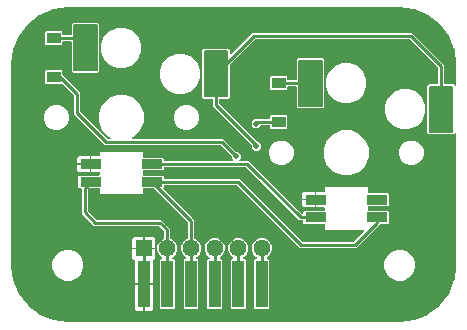
<source format=gbl>
G04 EAGLE Gerber RS-274X export*
G75*
%MOMM*%
%FSLAX34Y34*%
%LPD*%
%INBottom Copper*%
%IPPOS*%
%AMOC8*
5,1,8,0,0,1.08239X$1,22.5*%
G01*
G04 Define Apertures*
%ADD10R,1.220000X0.910000*%
%ADD11R,1.800000X0.820000*%
%ADD12C,0.166000*%
%ADD13R,1.440000X1.440000*%
%ADD14C,1.440000*%
%ADD15R,1.000000X4.000000*%
%ADD16C,0.254000*%
%ADD17C,0.502400*%
G36*
X140599Y-173243D02*
X140500Y-173250D01*
X-140500Y-173250D01*
X-140599Y-173243D01*
X-152826Y-171634D01*
X-153018Y-171582D01*
X-164411Y-166863D01*
X-164583Y-166764D01*
X-174366Y-159257D01*
X-174507Y-159116D01*
X-182014Y-149333D01*
X-182113Y-149161D01*
X-186832Y-137768D01*
X-186884Y-137576D01*
X-188493Y-125349D01*
X-188500Y-125250D01*
X-188500Y45250D01*
X-188493Y45349D01*
X-186884Y57576D01*
X-186832Y57768D01*
X-182113Y69161D01*
X-182014Y69333D01*
X-174507Y79116D01*
X-174366Y79257D01*
X-164583Y86764D01*
X-164411Y86863D01*
X-153018Y91582D01*
X-152826Y91634D01*
X-140599Y93243D01*
X-140500Y93250D01*
X140500Y93250D01*
X140599Y93243D01*
X152826Y91634D01*
X153018Y91582D01*
X164411Y86863D01*
X164583Y86764D01*
X174366Y79257D01*
X174507Y79116D01*
X182014Y69333D01*
X182113Y69161D01*
X186832Y57768D01*
X186884Y57576D01*
X188493Y45349D01*
X188500Y45250D01*
X188500Y27649D01*
X188453Y27386D01*
X188294Y27128D01*
X188046Y26953D01*
X187750Y26888D01*
X187452Y26943D01*
X187199Y27111D01*
X186040Y28270D01*
X178927Y28270D01*
X178652Y28321D01*
X178397Y28485D01*
X178225Y28735D01*
X178165Y29032D01*
X178165Y44427D01*
X150752Y71840D01*
X16373Y71840D01*
X-1929Y53538D01*
X-2149Y53385D01*
X-2444Y53315D01*
X-2743Y53366D01*
X-2998Y53529D01*
X-3170Y53780D01*
X-3230Y54077D01*
X-3230Y57040D01*
X-4460Y58270D01*
X-25290Y58270D01*
X-26520Y57040D01*
X-26520Y16960D01*
X-25290Y15730D01*
X-18177Y15730D01*
X-17902Y15679D01*
X-17647Y15515D01*
X-17475Y15265D01*
X-17415Y14968D01*
X-17415Y9423D01*
X14995Y-22987D01*
X15158Y-23229D01*
X15218Y-23526D01*
X15218Y-25767D01*
X17433Y-27982D01*
X20567Y-27982D01*
X22782Y-25767D01*
X22782Y-22633D01*
X20567Y-20418D01*
X19926Y-20418D01*
X19640Y-20362D01*
X19387Y-20195D01*
X-12112Y11304D01*
X-12275Y11546D01*
X-12335Y11843D01*
X-12335Y14968D01*
X-12284Y15243D01*
X-12120Y15498D01*
X-11870Y15670D01*
X-11573Y15730D01*
X-4460Y15730D01*
X-3230Y16960D01*
X-3230Y44737D01*
X-3174Y45023D01*
X-3007Y45276D01*
X18254Y66537D01*
X18496Y66700D01*
X18793Y66760D01*
X148332Y66760D01*
X148618Y66704D01*
X148871Y66537D01*
X172862Y42546D01*
X173025Y42305D01*
X173085Y42007D01*
X173085Y29032D01*
X173034Y28757D01*
X172870Y28502D01*
X172620Y28330D01*
X172323Y28270D01*
X165210Y28270D01*
X163980Y27040D01*
X163980Y-13040D01*
X165210Y-14270D01*
X186040Y-14270D01*
X187199Y-13111D01*
X187419Y-12958D01*
X187714Y-12888D01*
X188013Y-12939D01*
X188268Y-13102D01*
X188440Y-13352D01*
X188500Y-13649D01*
X188500Y-125250D01*
X188493Y-125349D01*
X186884Y-137576D01*
X186832Y-137768D01*
X182113Y-149161D01*
X182014Y-149333D01*
X174507Y-159116D01*
X174366Y-159257D01*
X164583Y-166764D01*
X164411Y-166863D01*
X153018Y-171582D01*
X152826Y-171634D01*
X140599Y-173243D01*
G37*
%LPC*%
G36*
X-136040Y37730D02*
X-115210Y37730D01*
X-113980Y38960D01*
X-113980Y79040D01*
X-115210Y80270D01*
X-136040Y80270D01*
X-137270Y79040D01*
X-137270Y70452D01*
X-137321Y70177D01*
X-137485Y69922D01*
X-137735Y69750D01*
X-138032Y69690D01*
X-144268Y69690D01*
X-144543Y69741D01*
X-144798Y69905D01*
X-144970Y70155D01*
X-145030Y70452D01*
X-145030Y72226D01*
X-145774Y72970D01*
X-159026Y72970D01*
X-159770Y72226D01*
X-159770Y62074D01*
X-159026Y61330D01*
X-145774Y61330D01*
X-145030Y62074D01*
X-145030Y63848D01*
X-144979Y64123D01*
X-144815Y64378D01*
X-144565Y64550D01*
X-144268Y64610D01*
X-138032Y64610D01*
X-137757Y64559D01*
X-137502Y64395D01*
X-137330Y64145D01*
X-137270Y63848D01*
X-137270Y38960D01*
X-136040Y37730D01*
G37*
G36*
X-98632Y42000D02*
X-91868Y42000D01*
X-85620Y44588D01*
X-80838Y49370D01*
X-78250Y55618D01*
X-78250Y62382D01*
X-80838Y68630D01*
X-85620Y73412D01*
X-91868Y76000D01*
X-98632Y76000D01*
X-104880Y73412D01*
X-109662Y68630D01*
X-112250Y62382D01*
X-112250Y55618D01*
X-109662Y49370D01*
X-104880Y44588D01*
X-98632Y42000D01*
G37*
G36*
X-48632Y20000D02*
X-41868Y20000D01*
X-35620Y22588D01*
X-30838Y27370D01*
X-28250Y33618D01*
X-28250Y40382D01*
X-30838Y46630D01*
X-35620Y51412D01*
X-41868Y54000D01*
X-48632Y54000D01*
X-54880Y51412D01*
X-59662Y46630D01*
X-62250Y40382D01*
X-62250Y33618D01*
X-59662Y27370D01*
X-54880Y22588D01*
X-48632Y20000D01*
G37*
G36*
X54460Y7730D02*
X75290Y7730D01*
X76520Y8960D01*
X76520Y49040D01*
X75290Y50270D01*
X54460Y50270D01*
X53230Y49040D01*
X53230Y32352D01*
X53179Y32077D01*
X53015Y31822D01*
X52765Y31650D01*
X52468Y31590D01*
X46232Y31590D01*
X45957Y31641D01*
X45702Y31805D01*
X45530Y32055D01*
X45470Y32352D01*
X45470Y34126D01*
X44726Y34870D01*
X31474Y34870D01*
X30730Y34126D01*
X30730Y23974D01*
X31474Y23230D01*
X44726Y23230D01*
X45470Y23974D01*
X45470Y25748D01*
X45521Y26023D01*
X45685Y26278D01*
X45935Y26450D01*
X46232Y26510D01*
X52468Y26510D01*
X52743Y26459D01*
X52998Y26295D01*
X53170Y26045D01*
X53230Y25748D01*
X53230Y8960D01*
X54460Y7730D01*
G37*
G36*
X91868Y12000D02*
X98632Y12000D01*
X104880Y14588D01*
X109662Y19370D01*
X112250Y25618D01*
X112250Y32382D01*
X109662Y38630D01*
X104880Y43412D01*
X98632Y46000D01*
X91868Y46000D01*
X85620Y43412D01*
X80838Y38630D01*
X78250Y32382D01*
X78250Y25618D01*
X80838Y19370D01*
X85620Y14588D01*
X91868Y12000D01*
G37*
G36*
X-61726Y-162170D02*
X-50674Y-162170D01*
X-49930Y-161426D01*
X-49930Y-120374D01*
X-50674Y-119630D01*
X-51312Y-119630D01*
X-51570Y-119585D01*
X-51829Y-119428D01*
X-52006Y-119182D01*
X-52074Y-118886D01*
X-52021Y-118588D01*
X-51855Y-118334D01*
X-51604Y-118164D01*
X-51402Y-118081D01*
X-49020Y-115698D01*
X-47730Y-112585D01*
X-47730Y-109215D01*
X-49020Y-106102D01*
X-51402Y-103720D01*
X-53190Y-102979D01*
X-53428Y-102822D01*
X-53600Y-102572D01*
X-53660Y-102275D01*
X-53660Y-94448D01*
X-61548Y-86560D01*
X-116132Y-86560D01*
X-116418Y-86504D01*
X-116671Y-86337D01*
X-123437Y-79571D01*
X-123600Y-79330D01*
X-123660Y-79032D01*
X-123660Y-60818D01*
X-123604Y-60532D01*
X-123437Y-60279D01*
X-123251Y-60093D01*
X-123010Y-59930D01*
X-122712Y-59870D01*
X-114012Y-59870D01*
X-113737Y-59921D01*
X-113482Y-60085D01*
X-113310Y-60335D01*
X-113250Y-60632D01*
X-113250Y-65000D01*
X-77250Y-65000D01*
X-77250Y-60632D01*
X-77199Y-60357D01*
X-77035Y-60102D01*
X-76785Y-59930D01*
X-76488Y-59870D01*
X-67788Y-59870D01*
X-67502Y-59926D01*
X-67249Y-60093D01*
X-38963Y-88379D01*
X-38800Y-88621D01*
X-38740Y-88918D01*
X-38740Y-102275D01*
X-38793Y-102555D01*
X-38959Y-102810D01*
X-39210Y-102979D01*
X-40998Y-103720D01*
X-43381Y-106102D01*
X-44670Y-109215D01*
X-44670Y-112585D01*
X-43381Y-115698D01*
X-40998Y-118081D01*
X-40796Y-118164D01*
X-40575Y-118304D01*
X-40396Y-118549D01*
X-40326Y-118844D01*
X-40377Y-119143D01*
X-40541Y-119398D01*
X-40791Y-119570D01*
X-41088Y-119630D01*
X-41726Y-119630D01*
X-42470Y-120374D01*
X-42470Y-161426D01*
X-41726Y-162170D01*
X-30674Y-162170D01*
X-29930Y-161426D01*
X-29930Y-120374D01*
X-30674Y-119630D01*
X-31312Y-119630D01*
X-31570Y-119585D01*
X-31829Y-119428D01*
X-32006Y-119182D01*
X-32074Y-118886D01*
X-32021Y-118588D01*
X-31855Y-118334D01*
X-31604Y-118164D01*
X-31402Y-118081D01*
X-29020Y-115698D01*
X-27730Y-112585D01*
X-27730Y-109215D01*
X-29020Y-106102D01*
X-31402Y-103720D01*
X-33190Y-102979D01*
X-33428Y-102822D01*
X-33600Y-102572D01*
X-33660Y-102275D01*
X-33660Y-86498D01*
X-35371Y-84787D01*
X-59467Y-60691D01*
X-59625Y-60460D01*
X-59690Y-60164D01*
X-59635Y-59866D01*
X-59467Y-59613D01*
X-58980Y-59126D01*
X-58980Y-57802D01*
X-58929Y-57527D01*
X-58765Y-57272D01*
X-58515Y-57100D01*
X-58218Y-57040D01*
X2332Y-57040D01*
X2618Y-57096D01*
X2871Y-57263D01*
X55848Y-110240D01*
X103552Y-110240D01*
X123699Y-90093D01*
X123941Y-89930D01*
X124238Y-89870D01*
X130776Y-89870D01*
X131520Y-89126D01*
X131520Y-79874D01*
X130776Y-79130D01*
X114012Y-79130D01*
X113737Y-79079D01*
X113482Y-78915D01*
X113310Y-78665D01*
X113250Y-78368D01*
X113250Y-75632D01*
X113301Y-75357D01*
X113465Y-75102D01*
X113715Y-74930D01*
X114012Y-74870D01*
X130776Y-74870D01*
X131520Y-74126D01*
X131520Y-64874D01*
X130776Y-64130D01*
X114012Y-64130D01*
X113737Y-64079D01*
X113482Y-63915D01*
X113310Y-63665D01*
X113250Y-63368D01*
X113250Y-59000D01*
X77250Y-59000D01*
X77250Y-62098D01*
X77199Y-62373D01*
X77035Y-62628D01*
X76785Y-62800D01*
X76488Y-62860D01*
X70012Y-62860D01*
X70012Y-76140D01*
X76488Y-76140D01*
X76763Y-76191D01*
X77018Y-76355D01*
X77190Y-76605D01*
X77250Y-76902D01*
X77250Y-78368D01*
X77199Y-78643D01*
X77035Y-78898D01*
X76785Y-79070D01*
X76488Y-79130D01*
X59724Y-79130D01*
X58980Y-79874D01*
X58980Y-81198D01*
X58929Y-81473D01*
X58765Y-81728D01*
X58515Y-81900D01*
X58218Y-81960D01*
X57868Y-81960D01*
X57582Y-81904D01*
X57329Y-81737D01*
X12552Y-36960D01*
X5228Y-36960D01*
X4965Y-36913D01*
X4707Y-36754D01*
X4531Y-36506D01*
X4466Y-36210D01*
X4522Y-35912D01*
X4689Y-35659D01*
X5882Y-34467D01*
X5882Y-31333D01*
X3667Y-29118D01*
X2226Y-29118D01*
X1940Y-29062D01*
X1687Y-28895D01*
X-9048Y-18160D01*
X-85612Y-18160D01*
X-85870Y-18115D01*
X-86129Y-17958D01*
X-86306Y-17712D01*
X-86374Y-17416D01*
X-86320Y-17118D01*
X-86155Y-16864D01*
X-85904Y-16694D01*
X-84487Y-16107D01*
X-79143Y-10763D01*
X-76250Y-3779D01*
X-76250Y3779D01*
X-79143Y10763D01*
X-84487Y16107D01*
X-91471Y19000D01*
X-99029Y19000D01*
X-106013Y16107D01*
X-111357Y10763D01*
X-114250Y3779D01*
X-114250Y-3779D01*
X-111357Y-10763D01*
X-106013Y-16107D01*
X-104597Y-16694D01*
X-104376Y-16834D01*
X-104196Y-17079D01*
X-104126Y-17374D01*
X-104177Y-17673D01*
X-104341Y-17928D01*
X-104591Y-18100D01*
X-104888Y-18160D01*
X-106832Y-18160D01*
X-107118Y-18104D01*
X-107371Y-17937D01*
X-129637Y4329D01*
X-129800Y4571D01*
X-129860Y4868D01*
X-129860Y20652D01*
X-144807Y35599D01*
X-144970Y35841D01*
X-145030Y36138D01*
X-145030Y39526D01*
X-145774Y40270D01*
X-159026Y40270D01*
X-159770Y39526D01*
X-159770Y29374D01*
X-159026Y28630D01*
X-145684Y28630D01*
X-145410Y28690D01*
X-145112Y28635D01*
X-144859Y28467D01*
X-135163Y18771D01*
X-135000Y18530D01*
X-134940Y18232D01*
X-134940Y2448D01*
X-109252Y-23240D01*
X-11468Y-23240D01*
X-11182Y-23296D01*
X-10929Y-23463D01*
X-1905Y-32487D01*
X-1742Y-32729D01*
X-1682Y-33026D01*
X-1682Y-34467D01*
X-489Y-35659D01*
X-336Y-35879D01*
X-267Y-36174D01*
X-317Y-36473D01*
X-481Y-36728D01*
X-731Y-36900D01*
X-1028Y-36960D01*
X-58218Y-36960D01*
X-58493Y-36909D01*
X-58748Y-36745D01*
X-58920Y-36495D01*
X-58980Y-36198D01*
X-58980Y-34874D01*
X-59724Y-34130D01*
X-76488Y-34130D01*
X-76763Y-34079D01*
X-77018Y-33915D01*
X-77190Y-33665D01*
X-77250Y-33368D01*
X-77250Y-29000D01*
X-113250Y-29000D01*
X-113250Y-32098D01*
X-113301Y-32373D01*
X-113465Y-32628D01*
X-113715Y-32800D01*
X-114012Y-32860D01*
X-120488Y-32860D01*
X-120488Y-46140D01*
X-114012Y-46140D01*
X-113737Y-46191D01*
X-113482Y-46355D01*
X-113310Y-46605D01*
X-113250Y-46902D01*
X-113250Y-48368D01*
X-113301Y-48643D01*
X-113465Y-48898D01*
X-113715Y-49070D01*
X-114012Y-49130D01*
X-130776Y-49130D01*
X-131520Y-49874D01*
X-131520Y-59126D01*
X-130776Y-59870D01*
X-129502Y-59870D01*
X-129227Y-59921D01*
X-128972Y-60085D01*
X-128800Y-60335D01*
X-128740Y-60632D01*
X-128740Y-81452D01*
X-118552Y-91640D01*
X-63968Y-91640D01*
X-63682Y-91696D01*
X-63429Y-91863D01*
X-58963Y-96329D01*
X-58800Y-96571D01*
X-58740Y-96868D01*
X-58740Y-102275D01*
X-58793Y-102555D01*
X-58959Y-102810D01*
X-59210Y-102979D01*
X-60998Y-103720D01*
X-63381Y-106102D01*
X-64670Y-109215D01*
X-64670Y-112585D01*
X-63381Y-115698D01*
X-60998Y-118081D01*
X-60796Y-118164D01*
X-60575Y-118304D01*
X-60396Y-118549D01*
X-60326Y-118844D01*
X-60377Y-119143D01*
X-60541Y-119398D01*
X-60791Y-119570D01*
X-61088Y-119630D01*
X-61726Y-119630D01*
X-62470Y-120374D01*
X-62470Y-161426D01*
X-61726Y-162170D01*
G37*
G36*
X141868Y-10000D02*
X148632Y-10000D01*
X154880Y-7412D01*
X159662Y-2630D01*
X162250Y3618D01*
X162250Y10382D01*
X159662Y16630D01*
X154880Y21412D01*
X148632Y24000D01*
X141868Y24000D01*
X135620Y21412D01*
X130838Y16630D01*
X128250Y10382D01*
X128250Y3618D01*
X130838Y-2630D01*
X135620Y-7412D01*
X141868Y-10000D01*
G37*
G36*
X-42339Y-10500D02*
X-38161Y-10500D01*
X-34302Y-8901D01*
X-31349Y-5948D01*
X-29750Y-2089D01*
X-29750Y2089D01*
X-31349Y5948D01*
X-34302Y8901D01*
X-38161Y10500D01*
X-42339Y10500D01*
X-46198Y8901D01*
X-49151Y5948D01*
X-50750Y2089D01*
X-50750Y-2089D01*
X-49151Y-5948D01*
X-46198Y-8901D01*
X-42339Y-10500D01*
G37*
G36*
X-152339Y-10500D02*
X-148161Y-10500D01*
X-144302Y-8901D01*
X-141349Y-5948D01*
X-139750Y-2089D01*
X-139750Y2089D01*
X-141349Y5948D01*
X-144302Y8901D01*
X-148161Y10500D01*
X-152339Y10500D01*
X-156198Y8901D01*
X-159151Y5948D01*
X-160750Y2089D01*
X-160750Y-2089D01*
X-159151Y-5948D01*
X-156198Y-8901D01*
X-152339Y-10500D01*
G37*
G36*
X31474Y-9470D02*
X44726Y-9470D01*
X45470Y-8726D01*
X45470Y1426D01*
X44726Y2170D01*
X31474Y2170D01*
X30730Y1426D01*
X30730Y-348D01*
X30679Y-623D01*
X30515Y-878D01*
X30265Y-1050D01*
X29968Y-1110D01*
X19498Y-1110D01*
X19213Y-1395D01*
X18972Y-1558D01*
X18674Y-1618D01*
X17233Y-1618D01*
X15018Y-3833D01*
X15018Y-6967D01*
X17233Y-9182D01*
X20367Y-9182D01*
X22582Y-6967D01*
X22582Y-6952D01*
X22633Y-6677D01*
X22797Y-6422D01*
X23047Y-6250D01*
X23344Y-6190D01*
X29968Y-6190D01*
X30243Y-6241D01*
X30498Y-6405D01*
X30670Y-6655D01*
X30730Y-6952D01*
X30730Y-8726D01*
X31474Y-9470D01*
G37*
G36*
X91471Y-49000D02*
X99029Y-49000D01*
X106013Y-46107D01*
X111357Y-40763D01*
X114250Y-33779D01*
X114250Y-26221D01*
X111357Y-19237D01*
X106013Y-13893D01*
X99029Y-11000D01*
X91471Y-11000D01*
X84487Y-13893D01*
X79143Y-19237D01*
X76250Y-26221D01*
X76250Y-33779D01*
X79143Y-40763D01*
X84487Y-46107D01*
X91471Y-49000D01*
G37*
G36*
X148161Y-40500D02*
X152339Y-40500D01*
X156198Y-38901D01*
X159151Y-35948D01*
X160750Y-32089D01*
X160750Y-27911D01*
X159151Y-24052D01*
X156198Y-21099D01*
X152339Y-19500D01*
X148161Y-19500D01*
X144302Y-21099D01*
X141349Y-24052D01*
X139750Y-27911D01*
X139750Y-32089D01*
X141349Y-35948D01*
X144302Y-38901D01*
X148161Y-40500D01*
G37*
G36*
X38161Y-40500D02*
X42339Y-40500D01*
X46198Y-38901D01*
X49151Y-35948D01*
X50750Y-32089D01*
X50750Y-27911D01*
X49151Y-24052D01*
X46198Y-21099D01*
X42339Y-19500D01*
X38161Y-19500D01*
X34302Y-21099D01*
X31349Y-24052D01*
X29750Y-27911D01*
X29750Y-32089D01*
X31349Y-35948D01*
X34302Y-38901D01*
X38161Y-40500D01*
G37*
G36*
X-132790Y-38738D02*
X-122012Y-38738D01*
X-122012Y-32860D01*
X-131302Y-32860D01*
X-132790Y-34348D01*
X-132790Y-38738D01*
G37*
G36*
X-131302Y-46140D02*
X-122012Y-46140D01*
X-122012Y-40262D01*
X-132790Y-40262D01*
X-132790Y-44652D01*
X-131302Y-46140D01*
G37*
G36*
X57710Y-68738D02*
X68488Y-68738D01*
X68488Y-62860D01*
X59198Y-62860D01*
X57710Y-64348D01*
X57710Y-68738D01*
G37*
G36*
X59198Y-76140D02*
X68488Y-76140D01*
X68488Y-70262D01*
X57710Y-70262D01*
X57710Y-74652D01*
X59198Y-76140D01*
G37*
G36*
X-85940Y-110138D02*
X-76962Y-110138D01*
X-76962Y-101160D01*
X-84452Y-101160D01*
X-85940Y-102648D01*
X-85940Y-110138D01*
G37*
G36*
X-75438Y-110138D02*
X-66460Y-110138D01*
X-66460Y-102648D01*
X-67948Y-101160D01*
X-75438Y-101160D01*
X-75438Y-110138D01*
G37*
G36*
X18274Y-162170D02*
X29326Y-162170D01*
X30070Y-161426D01*
X30070Y-120374D01*
X29326Y-119630D01*
X28688Y-119630D01*
X28430Y-119585D01*
X28171Y-119428D01*
X27994Y-119182D01*
X27926Y-118886D01*
X27979Y-118588D01*
X28145Y-118334D01*
X28396Y-118164D01*
X28598Y-118081D01*
X30981Y-115698D01*
X32270Y-112585D01*
X32270Y-109215D01*
X30981Y-106102D01*
X28598Y-103720D01*
X25485Y-102430D01*
X22115Y-102430D01*
X19002Y-103720D01*
X16620Y-106102D01*
X15330Y-109215D01*
X15330Y-112585D01*
X16620Y-115698D01*
X19002Y-118081D01*
X19204Y-118164D01*
X19425Y-118304D01*
X19604Y-118549D01*
X19674Y-118844D01*
X19623Y-119143D01*
X19459Y-119398D01*
X19209Y-119570D01*
X18912Y-119630D01*
X18274Y-119630D01*
X17530Y-120374D01*
X17530Y-161426D01*
X18274Y-162170D01*
G37*
G36*
X-1726Y-162170D02*
X9326Y-162170D01*
X10070Y-161426D01*
X10070Y-120374D01*
X9326Y-119630D01*
X8688Y-119630D01*
X8430Y-119585D01*
X8171Y-119428D01*
X7994Y-119182D01*
X7926Y-118886D01*
X7979Y-118588D01*
X8145Y-118334D01*
X8396Y-118164D01*
X8598Y-118081D01*
X10981Y-115698D01*
X12270Y-112585D01*
X12270Y-109215D01*
X10981Y-106102D01*
X8598Y-103720D01*
X5485Y-102430D01*
X2115Y-102430D01*
X-998Y-103720D01*
X-3381Y-106102D01*
X-4670Y-109215D01*
X-4670Y-112585D01*
X-3381Y-115698D01*
X-998Y-118081D01*
X-796Y-118164D01*
X-575Y-118304D01*
X-396Y-118549D01*
X-326Y-118844D01*
X-377Y-119143D01*
X-541Y-119398D01*
X-791Y-119570D01*
X-1088Y-119630D01*
X-1726Y-119630D01*
X-2470Y-120374D01*
X-2470Y-161426D01*
X-1726Y-162170D01*
G37*
G36*
X-21726Y-162170D02*
X-10674Y-162170D01*
X-9930Y-161426D01*
X-9930Y-120374D01*
X-10674Y-119630D01*
X-11312Y-119630D01*
X-11570Y-119585D01*
X-11829Y-119428D01*
X-12006Y-119182D01*
X-12074Y-118886D01*
X-12021Y-118588D01*
X-11855Y-118334D01*
X-11604Y-118164D01*
X-11402Y-118081D01*
X-9020Y-115698D01*
X-7730Y-112585D01*
X-7730Y-109215D01*
X-9020Y-106102D01*
X-11402Y-103720D01*
X-14515Y-102430D01*
X-17885Y-102430D01*
X-20998Y-103720D01*
X-23381Y-106102D01*
X-24670Y-109215D01*
X-24670Y-112585D01*
X-23381Y-115698D01*
X-20998Y-118081D01*
X-20796Y-118164D01*
X-20575Y-118304D01*
X-20396Y-118549D01*
X-20326Y-118844D01*
X-20377Y-119143D01*
X-20541Y-119398D01*
X-20791Y-119570D01*
X-21088Y-119630D01*
X-21726Y-119630D01*
X-22470Y-120374D01*
X-22470Y-161426D01*
X-21726Y-162170D01*
G37*
G36*
X-83740Y-140138D02*
X-68660Y-140138D01*
X-68660Y-121402D01*
X-68609Y-121127D01*
X-68445Y-120872D01*
X-68195Y-120700D01*
X-67961Y-120653D01*
X-66460Y-119152D01*
X-66460Y-111662D01*
X-85940Y-111662D01*
X-85940Y-119152D01*
X-84441Y-120651D01*
X-84227Y-120691D01*
X-83972Y-120855D01*
X-83800Y-121105D01*
X-83740Y-121402D01*
X-83740Y-140138D01*
G37*
G36*
X137914Y-138250D02*
X143086Y-138250D01*
X147864Y-136271D01*
X151521Y-132614D01*
X153500Y-127836D01*
X153500Y-122664D01*
X151521Y-117886D01*
X147864Y-114229D01*
X143086Y-112250D01*
X137914Y-112250D01*
X133136Y-114229D01*
X129479Y-117886D01*
X127500Y-122664D01*
X127500Y-127836D01*
X129479Y-132614D01*
X133136Y-136271D01*
X137914Y-138250D01*
G37*
G36*
X-143086Y-138250D02*
X-137914Y-138250D01*
X-133136Y-136271D01*
X-129479Y-132614D01*
X-127500Y-127836D01*
X-127500Y-122664D01*
X-129479Y-117886D01*
X-133136Y-114229D01*
X-137914Y-112250D01*
X-143086Y-112250D01*
X-147864Y-114229D01*
X-151521Y-117886D01*
X-153500Y-122664D01*
X-153500Y-127836D01*
X-151521Y-132614D01*
X-147864Y-136271D01*
X-143086Y-138250D01*
G37*
G36*
X-75438Y-163440D02*
X-70148Y-163440D01*
X-68660Y-161952D01*
X-68660Y-141662D01*
X-75438Y-141662D01*
X-75438Y-163440D01*
G37*
G36*
X-82252Y-163440D02*
X-76962Y-163440D01*
X-76962Y-141662D01*
X-83740Y-141662D01*
X-83740Y-161952D01*
X-82252Y-163440D01*
G37*
%LPD*%
G36*
X101430Y-105100D02*
X101132Y-105160D01*
X58268Y-105160D01*
X57982Y-105104D01*
X57729Y-104937D01*
X4752Y-51960D01*
X-58218Y-51960D01*
X-58493Y-51909D01*
X-58748Y-51745D01*
X-58920Y-51495D01*
X-58980Y-51198D01*
X-58980Y-49874D01*
X-59724Y-49130D01*
X-76488Y-49130D01*
X-76763Y-49079D01*
X-77018Y-48915D01*
X-77190Y-48665D01*
X-77250Y-48368D01*
X-77250Y-45632D01*
X-77199Y-45357D01*
X-77035Y-45102D01*
X-76785Y-44930D01*
X-76488Y-44870D01*
X-59724Y-44870D01*
X-58980Y-44126D01*
X-58980Y-42802D01*
X-58929Y-42527D01*
X-58765Y-42272D01*
X-58515Y-42100D01*
X-58218Y-42040D01*
X10132Y-42040D01*
X10418Y-42096D01*
X10671Y-42263D01*
X55448Y-87040D01*
X58218Y-87040D01*
X58493Y-87091D01*
X58748Y-87255D01*
X58920Y-87505D01*
X58980Y-87802D01*
X58980Y-89126D01*
X59724Y-89870D01*
X76488Y-89870D01*
X76763Y-89921D01*
X77018Y-90085D01*
X77190Y-90335D01*
X77250Y-90632D01*
X77250Y-95000D01*
X109768Y-95000D01*
X110032Y-95047D01*
X110290Y-95206D01*
X110465Y-95454D01*
X110530Y-95750D01*
X110475Y-96048D01*
X110307Y-96301D01*
X101671Y-104937D01*
X101430Y-105100D01*
G37*
D10*
X-152400Y34450D03*
X-152400Y67150D03*
X38100Y-3650D03*
X38100Y29050D03*
D11*
X-121250Y-54500D03*
X-121250Y-39500D03*
X-69250Y-39500D03*
X-69250Y-54500D03*
X69250Y-84500D03*
X69250Y-69500D03*
X121250Y-69500D03*
X121250Y-84500D03*
D12*
X-5330Y17830D02*
X-24420Y17830D01*
X-24420Y56170D01*
X-5330Y56170D01*
X-5330Y17830D01*
X-5330Y19407D02*
X-24420Y19407D01*
X-24420Y20984D02*
X-5330Y20984D01*
X-5330Y22561D02*
X-24420Y22561D01*
X-24420Y24138D02*
X-5330Y24138D01*
X-5330Y25715D02*
X-24420Y25715D01*
X-24420Y27292D02*
X-5330Y27292D01*
X-5330Y28869D02*
X-24420Y28869D01*
X-24420Y30446D02*
X-5330Y30446D01*
X-5330Y32023D02*
X-24420Y32023D01*
X-24420Y33600D02*
X-5330Y33600D01*
X-5330Y35177D02*
X-24420Y35177D01*
X-24420Y36754D02*
X-5330Y36754D01*
X-5330Y38331D02*
X-24420Y38331D01*
X-24420Y39908D02*
X-5330Y39908D01*
X-5330Y41485D02*
X-24420Y41485D01*
X-24420Y43062D02*
X-5330Y43062D01*
X-5330Y44639D02*
X-24420Y44639D01*
X-24420Y46216D02*
X-5330Y46216D01*
X-5330Y47793D02*
X-24420Y47793D01*
X-24420Y49370D02*
X-5330Y49370D01*
X-5330Y50947D02*
X-24420Y50947D01*
X-24420Y52524D02*
X-5330Y52524D01*
X-5330Y54101D02*
X-24420Y54101D01*
X-24420Y55678D02*
X-5330Y55678D01*
X-116080Y39830D02*
X-135170Y39830D01*
X-135170Y78170D01*
X-116080Y78170D01*
X-116080Y39830D01*
X-116080Y41407D02*
X-135170Y41407D01*
X-135170Y42984D02*
X-116080Y42984D01*
X-116080Y44561D02*
X-135170Y44561D01*
X-135170Y46138D02*
X-116080Y46138D01*
X-116080Y47715D02*
X-135170Y47715D01*
X-135170Y49292D02*
X-116080Y49292D01*
X-116080Y50869D02*
X-135170Y50869D01*
X-135170Y52446D02*
X-116080Y52446D01*
X-116080Y54023D02*
X-135170Y54023D01*
X-135170Y55600D02*
X-116080Y55600D01*
X-116080Y57177D02*
X-135170Y57177D01*
X-135170Y58754D02*
X-116080Y58754D01*
X-116080Y60331D02*
X-135170Y60331D01*
X-135170Y61908D02*
X-116080Y61908D01*
X-116080Y63485D02*
X-135170Y63485D01*
X-135170Y65062D02*
X-116080Y65062D01*
X-116080Y66639D02*
X-135170Y66639D01*
X-135170Y68216D02*
X-116080Y68216D01*
X-116080Y69793D02*
X-135170Y69793D01*
X-135170Y71370D02*
X-116080Y71370D01*
X-116080Y72947D02*
X-135170Y72947D01*
X-135170Y74524D02*
X-116080Y74524D01*
X-116080Y76101D02*
X-135170Y76101D01*
X-135170Y77678D02*
X-116080Y77678D01*
X166080Y-12170D02*
X185170Y-12170D01*
X166080Y-12170D02*
X166080Y26170D01*
X185170Y26170D01*
X185170Y-12170D01*
X185170Y-10593D02*
X166080Y-10593D01*
X166080Y-9016D02*
X185170Y-9016D01*
X185170Y-7439D02*
X166080Y-7439D01*
X166080Y-5862D02*
X185170Y-5862D01*
X185170Y-4285D02*
X166080Y-4285D01*
X166080Y-2708D02*
X185170Y-2708D01*
X185170Y-1131D02*
X166080Y-1131D01*
X166080Y446D02*
X185170Y446D01*
X185170Y2023D02*
X166080Y2023D01*
X166080Y3600D02*
X185170Y3600D01*
X185170Y5177D02*
X166080Y5177D01*
X166080Y6754D02*
X185170Y6754D01*
X185170Y8331D02*
X166080Y8331D01*
X166080Y9908D02*
X185170Y9908D01*
X185170Y11485D02*
X166080Y11485D01*
X166080Y13062D02*
X185170Y13062D01*
X185170Y14639D02*
X166080Y14639D01*
X166080Y16216D02*
X185170Y16216D01*
X185170Y17793D02*
X166080Y17793D01*
X166080Y19370D02*
X185170Y19370D01*
X185170Y20947D02*
X166080Y20947D01*
X166080Y22524D02*
X185170Y22524D01*
X185170Y24101D02*
X166080Y24101D01*
X166080Y25678D02*
X185170Y25678D01*
X74420Y9830D02*
X55330Y9830D01*
X55330Y48170D01*
X74420Y48170D01*
X74420Y9830D01*
X74420Y11407D02*
X55330Y11407D01*
X55330Y12984D02*
X74420Y12984D01*
X74420Y14561D02*
X55330Y14561D01*
X55330Y16138D02*
X74420Y16138D01*
X74420Y17715D02*
X55330Y17715D01*
X55330Y19292D02*
X74420Y19292D01*
X74420Y20869D02*
X55330Y20869D01*
X55330Y22446D02*
X74420Y22446D01*
X74420Y24023D02*
X55330Y24023D01*
X55330Y25600D02*
X74420Y25600D01*
X74420Y27177D02*
X55330Y27177D01*
X55330Y28754D02*
X74420Y28754D01*
X74420Y30331D02*
X55330Y30331D01*
X55330Y31908D02*
X74420Y31908D01*
X74420Y33485D02*
X55330Y33485D01*
X55330Y35062D02*
X74420Y35062D01*
X74420Y36639D02*
X55330Y36639D01*
X55330Y38216D02*
X74420Y38216D01*
X74420Y39793D02*
X55330Y39793D01*
X55330Y41370D02*
X74420Y41370D01*
X74420Y42947D02*
X55330Y42947D01*
X55330Y44524D02*
X74420Y44524D01*
X74420Y46101D02*
X55330Y46101D01*
X55330Y47678D02*
X74420Y47678D01*
D13*
X-76200Y-110900D03*
D14*
X-56200Y-110900D03*
X-36200Y-110900D03*
X-16200Y-110900D03*
X3800Y-110900D03*
X23800Y-110900D03*
D15*
X-76200Y-140900D03*
X-56200Y-140900D03*
X-36200Y-140900D03*
X-16200Y-140900D03*
X3800Y-140900D03*
X23800Y-140900D03*
D16*
X-133775Y67150D02*
X-152400Y67150D01*
X-133775Y67150D02*
X-125625Y59000D01*
X38100Y29050D02*
X64825Y29050D01*
X64875Y29000D01*
X69250Y-84500D02*
X56500Y-84500D01*
X17900Y-45900D01*
X11500Y-39500D01*
X-69250Y-39500D01*
X-56200Y-110900D02*
X-56200Y-140900D01*
X-126200Y-59450D02*
X-121250Y-54500D01*
X-126200Y-59450D02*
X-126200Y-80400D01*
X-117500Y-89100D01*
X-73800Y-89100D01*
X-62600Y-89100D01*
X-59500Y-92200D01*
X-56200Y-95500D01*
X-56200Y-110900D01*
X-16200Y-110900D02*
X-16200Y-140900D01*
D17*
X18800Y-5400D03*
D16*
X20550Y-3650D01*
X38100Y-3650D01*
X3800Y-110900D02*
X3800Y-140900D01*
D17*
X2100Y-32900D03*
D16*
X-10100Y-20700D01*
X-51000Y-20700D01*
X-108200Y-20700D01*
X-124900Y-4000D01*
X-132400Y3500D01*
X-132400Y19600D01*
X-147250Y34450D01*
X-152400Y34450D01*
X-76200Y-110900D02*
X-76200Y-140900D01*
D17*
X92400Y-100500D03*
X11900Y-51000D03*
X-52100Y-47400D03*
X-23900Y-47400D03*
X-117800Y-69200D03*
X67100Y-97700D03*
X32400Y-71400D03*
X158800Y-151900D03*
X-155500Y-151900D03*
X-171800Y32500D03*
X135100Y46000D03*
D16*
X23800Y-110900D02*
X23800Y-140900D01*
X-14875Y37000D02*
X17425Y69300D01*
X123800Y69300D01*
X149700Y69300D01*
X168700Y50300D01*
X175625Y43375D01*
X175625Y7000D01*
X-14875Y10475D02*
X-14875Y37000D01*
X-14875Y10475D02*
X12900Y-17300D01*
X19000Y-23400D01*
X19000Y-24200D01*
D17*
X19000Y-24200D03*
D16*
X-36200Y-110900D02*
X-36200Y-140900D01*
X-36200Y-110900D02*
X-36200Y-87550D01*
X-69250Y-54500D01*
X3700Y-54500D01*
X41200Y-92000D01*
X56900Y-107700D01*
X102500Y-107700D01*
X121250Y-88950D01*
X121250Y-84500D01*
M02*

</source>
